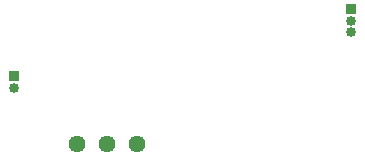
<source format=gbr>
%TF.GenerationSoftware,KiCad,Pcbnew,(5.1.10)-1*%
%TF.CreationDate,2022-02-05T14:04:05-05:00*%
%TF.ProjectId,Strain_Guage_Schematic,53747261-696e-45f4-9775-6167655f5363,rev?*%
%TF.SameCoordinates,Original*%
%TF.FileFunction,Soldermask,Bot*%
%TF.FilePolarity,Negative*%
%FSLAX46Y46*%
G04 Gerber Fmt 4.6, Leading zero omitted, Abs format (unit mm)*
G04 Created by KiCad (PCBNEW (5.1.10)-1) date 2022-02-05 14:04:05*
%MOMM*%
%LPD*%
G01*
G04 APERTURE LIST*
%ADD10R,0.850000X0.850000*%
%ADD11O,0.850000X0.850000*%
%ADD12C,1.440000*%
G04 APERTURE END LIST*
D10*
%TO.C,J1*%
X98099000Y-42522000D03*
D11*
X98099000Y-43522000D03*
X98099000Y-44522000D03*
%TD*%
D10*
%TO.C,J2*%
X69524000Y-48237000D03*
D11*
X69524000Y-49237000D03*
%TD*%
D12*
%TO.C,RP1*%
X79938000Y-53952000D03*
X77398000Y-53952000D03*
X74858000Y-53952000D03*
%TD*%
M02*

</source>
